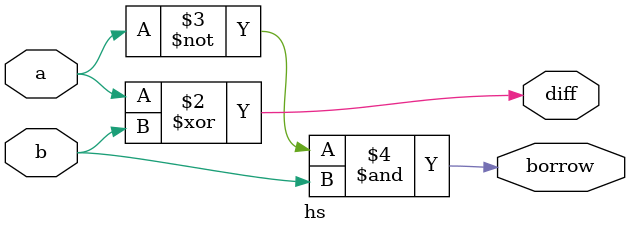
<source format=v>
`timescale 1ns / 1ps

module hs(input a, b, output reg diff, borrow);
  always @ (*) begin
    diff   = a ^ b;
    borrow = (~a) & b;
  end
endmodule

//Dataflow Modelling //
/*  module hs(input a, b, output diff, borrow);
  assign diff   = a ^ b;
  assign borrow = (~ab) & b;
endmodule  */

//Gatelevel Modelling //
/* module hs(input a, b, output diff, borrow);
  xor (diff, a, b);
  not (Na, a);
  and (borrow, Na, b);
endmodule */
</source>
